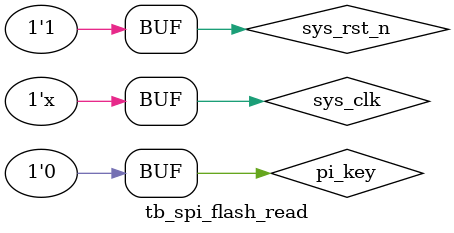
<source format=v>
`timescale  1ns/1ns

module  tb_spi_flash_read();


reg      sys_clk     ;
reg      sys_rst_n   ;
reg      pi_key      ;
wire     miso        ;
         
wire     sck         ;
wire     cs_n        ;
wire     mosi        ;
wire     tx          ;

initial begin
    
    sys_clk = 1'b1      ;
    sys_rst_n <= 1'b0   ;
    pi_key    <= 1'b0   ;
    #20
    sys_rst_n <= 1'b1   ;
    #100
    pi_key  <= 1'b1;
    #20 
    pi_key  <= 1'b0;

end



always #10 sys_clk = ~sys_clk; 

defparam memory.mem_access.initfile = "initmemory.txt"; // 使用初始化文件进行初始化



spi_flash_read  spi_flash_read_inst//模拟主设备
(
    .sys_clk     (sys_clk  ),
    .sys_rst_n   (sys_rst_n),
    .pi_key      (pi_key   ),
    .miso        (miso     ),
    
    .sck         (sck      ),
    .cs_n        (cs_n     ),
    .mosi        (mosi     ),
    .tx          (tx       )


);

m25p16  memory //模拟从设备
(
    .c          (sck        ), 
    .data_in    (mosi       ), 
    .s          (cs_n       ), 
    .w          (1'b1       ), //写保护，低电平有效
    .hold       (1'b1       ), //锁定，低电平有效
    .data_out   (miso       )
    
); 

endmodule
</source>
